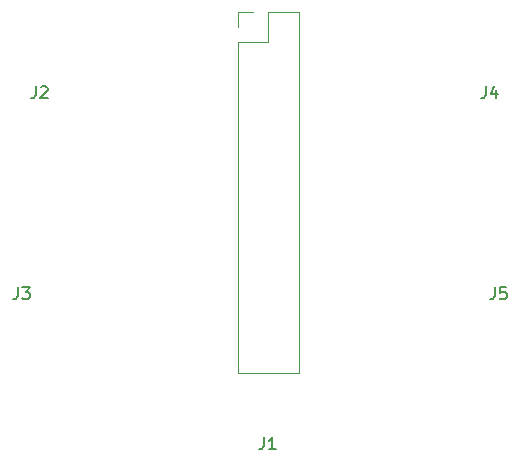
<source format=gbr>
G04 #@! TF.GenerationSoftware,KiCad,Pcbnew,(5.0.2)-1*
G04 #@! TF.CreationDate,2019-03-06T23:05:27-07:00*
G04 #@! TF.ProjectId,Connector PCB,436f6e6e-6563-4746-9f72-205043422e6b,rev?*
G04 #@! TF.SameCoordinates,Original*
G04 #@! TF.FileFunction,Legend,Top*
G04 #@! TF.FilePolarity,Positive*
%FSLAX46Y46*%
G04 Gerber Fmt 4.6, Leading zero omitted, Abs format (unit mm)*
G04 Created by KiCad (PCBNEW (5.0.2)-1) date 2019-03-06 11:05:27 PM*
%MOMM*%
%LPD*%
G01*
G04 APERTURE LIST*
%ADD10C,0.120000*%
%ADD11C,0.150000*%
G04 APERTURE END LIST*
D10*
G04 #@! TO.C,J1*
X163055001Y-85585001D02*
X164385001Y-85585001D01*
X163055001Y-86915001D02*
X163055001Y-85585001D01*
X165655001Y-85585001D02*
X168255001Y-85585001D01*
X165655001Y-88185001D02*
X165655001Y-85585001D01*
X163055001Y-88185001D02*
X165655001Y-88185001D01*
X168255001Y-85585001D02*
X168255001Y-116185001D01*
X163055001Y-88185001D02*
X163055001Y-116185001D01*
X163055001Y-116185001D02*
X168255001Y-116185001D01*
D11*
X165274666Y-121626380D02*
X165274666Y-122340666D01*
X165227047Y-122483523D01*
X165131809Y-122578761D01*
X164988952Y-122626380D01*
X164893714Y-122626380D01*
X166274666Y-122626380D02*
X165703238Y-122626380D01*
X165988952Y-122626380D02*
X165988952Y-121626380D01*
X165893714Y-121769238D01*
X165798476Y-121864476D01*
X165703238Y-121912095D01*
G04 #@! TO.C,J2*
X145970666Y-91908380D02*
X145970666Y-92622666D01*
X145923047Y-92765523D01*
X145827809Y-92860761D01*
X145684952Y-92908380D01*
X145589714Y-92908380D01*
X146399238Y-92003619D02*
X146446857Y-91956000D01*
X146542095Y-91908380D01*
X146780190Y-91908380D01*
X146875428Y-91956000D01*
X146923047Y-92003619D01*
X146970666Y-92098857D01*
X146970666Y-92194095D01*
X146923047Y-92336952D01*
X146351619Y-92908380D01*
X146970666Y-92908380D01*
G04 #@! TO.C,J3*
X144446666Y-108926380D02*
X144446666Y-109640666D01*
X144399047Y-109783523D01*
X144303809Y-109878761D01*
X144160952Y-109926380D01*
X144065714Y-109926380D01*
X144827619Y-108926380D02*
X145446666Y-108926380D01*
X145113333Y-109307333D01*
X145256190Y-109307333D01*
X145351428Y-109354952D01*
X145399047Y-109402571D01*
X145446666Y-109497809D01*
X145446666Y-109735904D01*
X145399047Y-109831142D01*
X145351428Y-109878761D01*
X145256190Y-109926380D01*
X144970476Y-109926380D01*
X144875238Y-109878761D01*
X144827619Y-109831142D01*
G04 #@! TO.C,J4*
X184070666Y-91908380D02*
X184070666Y-92622666D01*
X184023047Y-92765523D01*
X183927809Y-92860761D01*
X183784952Y-92908380D01*
X183689714Y-92908380D01*
X184975428Y-92241714D02*
X184975428Y-92908380D01*
X184737333Y-91860761D02*
X184499238Y-92575047D01*
X185118285Y-92575047D01*
G04 #@! TO.C,J5*
X184832666Y-108926380D02*
X184832666Y-109640666D01*
X184785047Y-109783523D01*
X184689809Y-109878761D01*
X184546952Y-109926380D01*
X184451714Y-109926380D01*
X185785047Y-108926380D02*
X185308857Y-108926380D01*
X185261238Y-109402571D01*
X185308857Y-109354952D01*
X185404095Y-109307333D01*
X185642190Y-109307333D01*
X185737428Y-109354952D01*
X185785047Y-109402571D01*
X185832666Y-109497809D01*
X185832666Y-109735904D01*
X185785047Y-109831142D01*
X185737428Y-109878761D01*
X185642190Y-109926380D01*
X185404095Y-109926380D01*
X185308857Y-109878761D01*
X185261238Y-109831142D01*
G04 #@! TD*
M02*

</source>
